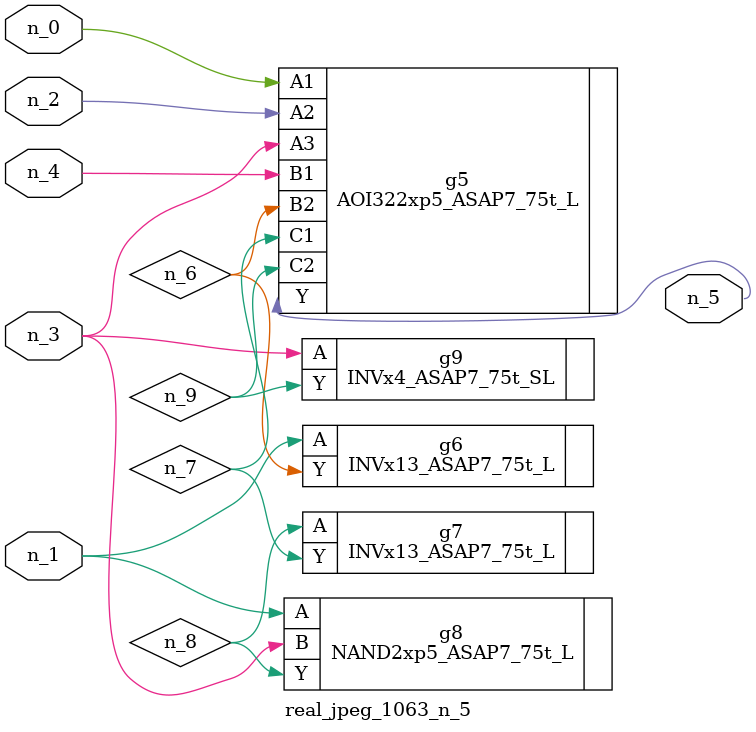
<source format=v>
module real_jpeg_1063_n_5 (n_4, n_0, n_1, n_2, n_3, n_5);

input n_4;
input n_0;
input n_1;
input n_2;
input n_3;

output n_5;

wire n_8;
wire n_6;
wire n_7;
wire n_9;

AOI322xp5_ASAP7_75t_L g5 ( 
.A1(n_0),
.A2(n_2),
.A3(n_3),
.B1(n_4),
.B2(n_6),
.C1(n_7),
.C2(n_9),
.Y(n_5)
);

INVx13_ASAP7_75t_L g6 ( 
.A(n_1),
.Y(n_6)
);

NAND2xp5_ASAP7_75t_L g8 ( 
.A(n_1),
.B(n_3),
.Y(n_8)
);

INVx4_ASAP7_75t_SL g9 ( 
.A(n_3),
.Y(n_9)
);

INVx13_ASAP7_75t_L g7 ( 
.A(n_8),
.Y(n_7)
);


endmodule
</source>
